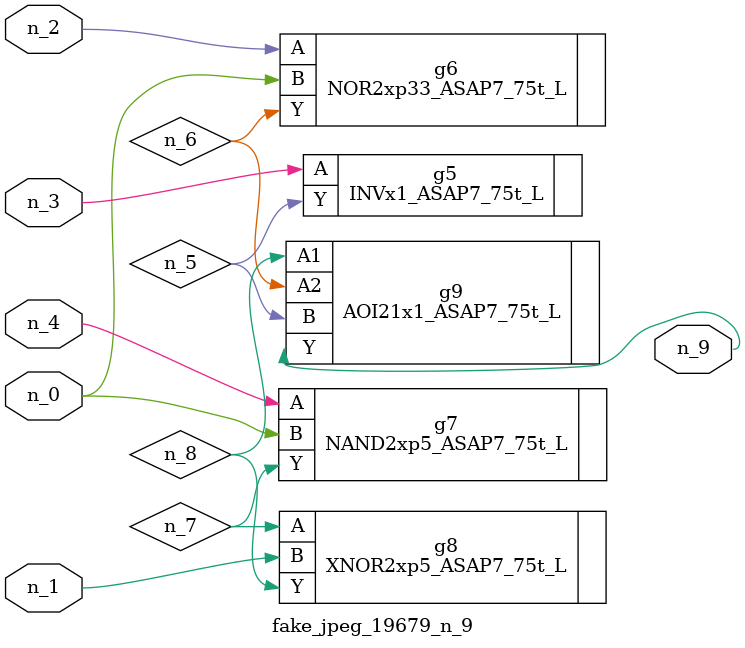
<source format=v>
module fake_jpeg_19679_n_9 (n_3, n_2, n_1, n_0, n_4, n_9);

input n_3;
input n_2;
input n_1;
input n_0;
input n_4;

output n_9;

wire n_8;
wire n_6;
wire n_5;
wire n_7;

INVx1_ASAP7_75t_L g5 ( 
.A(n_3),
.Y(n_5)
);

NOR2xp33_ASAP7_75t_L g6 ( 
.A(n_2),
.B(n_0),
.Y(n_6)
);

NAND2xp5_ASAP7_75t_L g7 ( 
.A(n_4),
.B(n_0),
.Y(n_7)
);

XNOR2xp5_ASAP7_75t_L g8 ( 
.A(n_7),
.B(n_1),
.Y(n_8)
);

AOI21x1_ASAP7_75t_L g9 ( 
.A1(n_8),
.A2(n_6),
.B(n_5),
.Y(n_9)
);


endmodule
</source>
